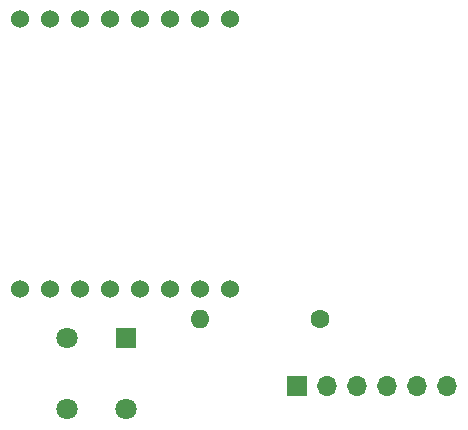
<source format=gbr>
%TF.GenerationSoftware,KiCad,Pcbnew,8.0.4*%
%TF.CreationDate,2024-11-19T14:35:57-03:00*%
%TF.ProjectId,GPS,4750532e-6b69-4636-9164-5f7063625858,rev?*%
%TF.SameCoordinates,Original*%
%TF.FileFunction,Copper,L1,Top*%
%TF.FilePolarity,Positive*%
%FSLAX46Y46*%
G04 Gerber Fmt 4.6, Leading zero omitted, Abs format (unit mm)*
G04 Created by KiCad (PCBNEW 8.0.4) date 2024-11-19 14:35:57*
%MOMM*%
%LPD*%
G01*
G04 APERTURE LIST*
%TA.AperFunction,ComponentPad*%
%ADD10C,1.600000*%
%TD*%
%TA.AperFunction,ComponentPad*%
%ADD11O,1.600000X1.600000*%
%TD*%
%TA.AperFunction,ComponentPad*%
%ADD12R,1.800000X1.800000*%
%TD*%
%TA.AperFunction,ComponentPad*%
%ADD13C,1.800000*%
%TD*%
%TA.AperFunction,ComponentPad*%
%ADD14R,1.700000X1.700000*%
%TD*%
%TA.AperFunction,ComponentPad*%
%ADD15O,1.700000X1.700000*%
%TD*%
%TA.AperFunction,ComponentPad*%
%ADD16C,1.524000*%
%TD*%
G04 APERTURE END LIST*
D10*
%TO.P,R1,1*%
%TO.N,3.3V*%
X128066904Y-94395000D03*
D11*
%TO.P,R1,2*%
%TO.N,Net-(U1-RST)*%
X117906904Y-94395000D03*
%TD*%
D12*
%TO.P,SW1,1,1*%
%TO.N,Net-(U1-RST)*%
X111701904Y-96000000D03*
D13*
%TO.P,SW1,2,2*%
%TO.N,unconnected-(SW1-Pad2)*%
X106701904Y-96000000D03*
%TO.P,SW1,3,3*%
%TO.N,unconnected-(SW1-Pad3)*%
X111701904Y-102000000D03*
%TO.P,SW1,4,4*%
%TO.N,GND*%
X106701904Y-102000000D03*
%TD*%
D14*
%TO.P,J1,1,Pin_1*%
%TO.N,unconnected-(J1-Pin_1-Pad1)*%
X126161904Y-100000000D03*
D15*
%TO.P,J1,2,Pin_2*%
%TO.N,TX_GPS*%
X128701904Y-100000000D03*
%TO.P,J1,3,Pin_3*%
%TO.N,RX_GPS*%
X131241904Y-100000000D03*
%TO.P,J1,4,Pin_4*%
%TO.N,3.3V*%
X133781904Y-100000000D03*
%TO.P,J1,5,Pin_5*%
%TO.N,unconnected-(J1-Pin_5-Pad5)*%
X136321904Y-100000000D03*
%TO.P,J1,6,Pin_6*%
%TO.N,GND*%
X138861904Y-100000000D03*
%TD*%
D16*
%TO.P,U1,1,GND*%
%TO.N,GND*%
X102701904Y-69000000D03*
%TO.P,U1,2*%
%TO.N,N/C*%
X105241904Y-69000000D03*
%TO.P,U1,3*%
X107781904Y-69000000D03*
%TO.P,U1,4*%
X110321904Y-69000000D03*
%TO.P,U1,5,RX*%
%TO.N,RX_GPS*%
X112861904Y-69000000D03*
%TO.P,U1,6,TX*%
%TO.N,TX_GPS*%
X115401904Y-69000000D03*
%TO.P,U1,7*%
%TO.N,N/C*%
X117941904Y-69000000D03*
%TO.P,U1,8*%
X120481904Y-69000000D03*
%TO.P,U1,9*%
X120481904Y-91860000D03*
%TO.P,U1,10,RST*%
%TO.N,Net-(U1-RST)*%
X117941904Y-91860000D03*
%TO.P,U1,11*%
%TO.N,N/C*%
X115401904Y-91860000D03*
%TO.P,U1,12*%
X112861904Y-91860000D03*
%TO.P,U1,13*%
X110321904Y-91860000D03*
%TO.P,U1,14*%
X107781904Y-91860000D03*
%TO.P,U1,15,3.3v*%
%TO.N,3.3V*%
X105241904Y-91860000D03*
%TO.P,U1,16,GND*%
%TO.N,GND*%
X102701904Y-91860000D03*
%TD*%
M02*

</source>
